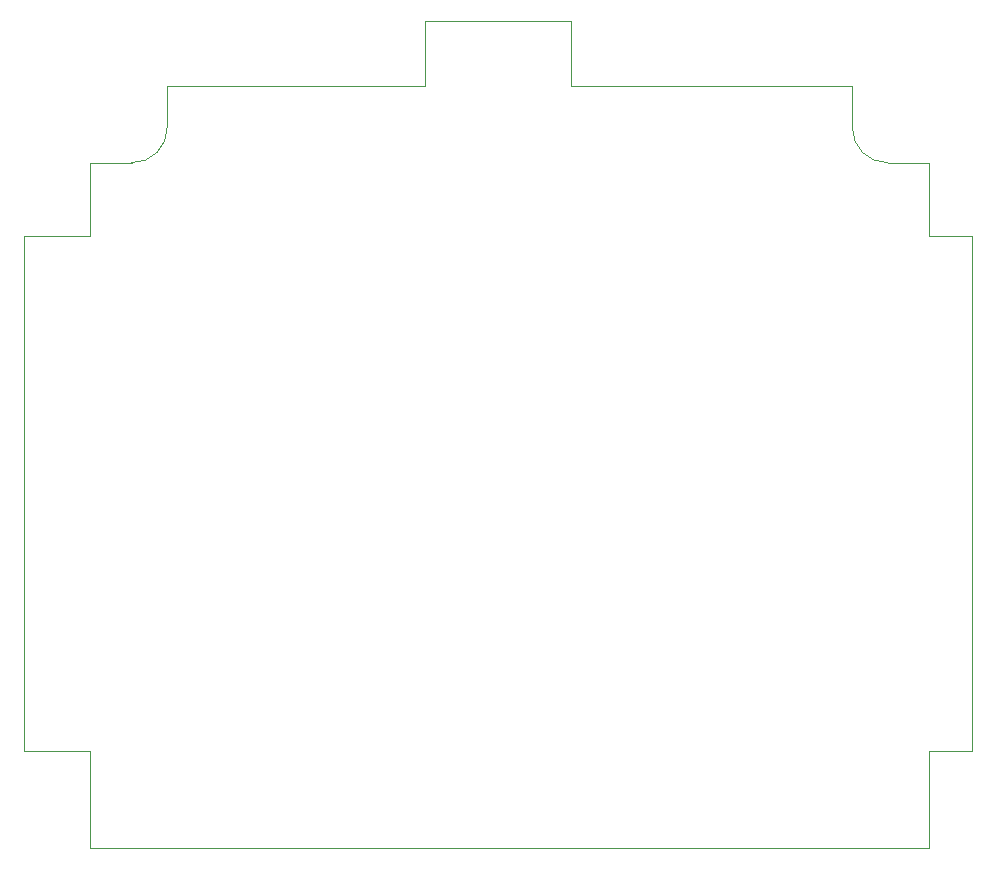
<source format=gbr>
%TF.GenerationSoftware,KiCad,Pcbnew,7.99.0-unknown-c06cea2fe9~166~ubuntu22.04.1*%
%TF.CreationDate,2023-02-26T22:53:06+01:00*%
%TF.ProjectId,FT245 relay,46543234-3520-4726-956c-61792e6b6963,rev?*%
%TF.SameCoordinates,Original*%
%TF.FileFunction,Profile,NP*%
%FSLAX46Y46*%
G04 Gerber Fmt 4.6, Leading zero omitted, Abs format (unit mm)*
G04 Created by KiCad (PCBNEW 7.99.0-unknown-c06cea2fe9~166~ubuntu22.04.1) date 2023-02-26 22:53:06*
%MOMM*%
%LPD*%
G01*
G04 APERTURE LIST*
%TA.AperFunction,Profile*%
%ADD10C,0.100000*%
%TD*%
G04 APERTURE END LIST*
D10*
X40100000Y21800000D02*
X36500000Y21800000D01*
X36500000Y28000000D02*
X36500000Y21800000D01*
X40100000Y-21800000D02*
X40100000Y21800000D01*
X36500000Y-21800000D02*
X40100000Y-21800000D01*
X36500000Y-30000000D02*
X36500000Y-21800000D01*
X-34500000Y-21800000D02*
X-40100000Y-21800000D01*
X-34500000Y-30000000D02*
X-34500000Y-21800000D01*
X-40100000Y21550000D02*
X-40100000Y-21800000D01*
X-40100000Y21800000D02*
X-40100000Y21550000D01*
X-34500000Y21800000D02*
X-40100000Y21800000D01*
X-34500000Y28000000D02*
X-34500000Y21800000D01*
X-6150000Y34500000D02*
X-28000000Y34500000D01*
X-6150000Y40000000D02*
X-6150000Y34500000D01*
X6150000Y40000000D02*
X-6150000Y40000000D01*
X6150000Y34500000D02*
X6150000Y40000000D01*
X30000000Y34500000D02*
X6150000Y34500000D01*
%TO.C,REF\u002A\u002A*%
X-34500000Y28000000D02*
X-31000000Y28000000D01*
X-28000000Y31000000D02*
X-28000000Y34500000D01*
X30000000Y31000000D02*
X30000000Y34500000D01*
X33000000Y28000000D02*
X36500000Y28000000D01*
X36500000Y-30000000D02*
X-34500000Y-30000000D01*
X-31000000Y28000001D02*
G75*
G03*
X-28000001Y31000000I48394J2951605D01*
G01*
X30000001Y31000000D02*
G75*
G03*
X33000000Y28000001I2951599J-48400D01*
G01*
%TD*%
M02*

</source>
